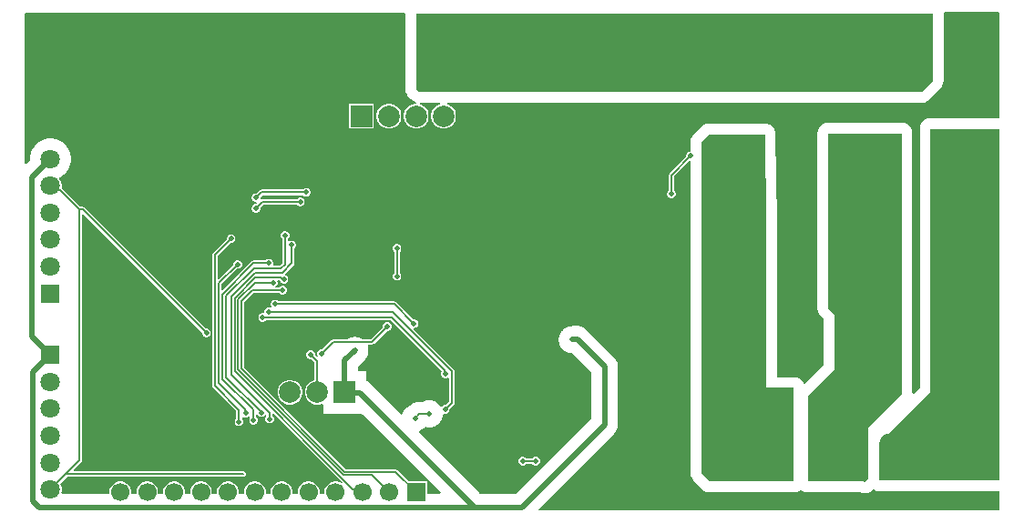
<source format=gbr>
G04*
G04 #@! TF.GenerationSoftware,Altium Limited,Altium Designer,22.4.2 (48)*
G04*
G04 Layer_Physical_Order=2*
G04 Layer_Color=16711680*
%FSLAX44Y44*%
%MOMM*%
G71*
G04*
G04 #@! TF.SameCoordinates,66DA3E34-DB1B-427B-9A16-6C510F1B548E*
G04*
G04*
G04 #@! TF.FilePolarity,Positive*
G04*
G01*
G75*
%ADD10C,0.2000*%
%ADD63C,0.1524*%
%ADD64C,0.5000*%
%ADD67C,2.0000*%
%ADD68R,2.0000X2.0000*%
%ADD69C,1.7000*%
%ADD70R,1.7000X1.7000*%
%ADD71C,1.8000*%
%ADD72R,1.8000X1.8000*%
%ADD73O,2.0000X3.0000*%
%ADD74C,0.5000*%
G36*
X675000Y662500D02*
X665000Y652500D01*
X197500D01*
X195000Y655000D01*
Y725000D01*
X675000D01*
Y662500D01*
D02*
G37*
G36*
X737155Y726138D02*
Y628223D01*
X737000Y628086D01*
X673000D01*
X670389Y627743D01*
X667957Y626735D01*
X665868Y625132D01*
X664265Y623043D01*
X663257Y620611D01*
X662914Y618000D01*
Y377178D01*
X657356Y371620D01*
X656086Y372146D01*
Y614000D01*
X655743Y616610D01*
X654735Y619043D01*
X653132Y621132D01*
X651043Y622735D01*
X648611Y623743D01*
X646000Y624086D01*
X588000D01*
X588000Y624086D01*
X588000Y624086D01*
X578000D01*
X575390Y623743D01*
X572957Y622735D01*
X570868Y621132D01*
X569265Y619043D01*
X568257Y616610D01*
X567914Y614000D01*
Y451000D01*
X567914Y451000D01*
X568257Y448390D01*
X569265Y445957D01*
X570868Y443868D01*
X570868Y443868D01*
X573914Y440822D01*
Y398178D01*
X556435Y380699D01*
X555189Y380947D01*
X554735Y382043D01*
X553132Y384132D01*
X551043Y385735D01*
X548610Y386743D01*
X546000Y387086D01*
X530086D01*
Y532000D01*
X530078Y532062D01*
X530085Y532124D01*
X529086Y613125D01*
X528906Y614367D01*
X528743Y615611D01*
X528719Y615668D01*
X528710Y615731D01*
X528215Y616884D01*
X527735Y618043D01*
X527697Y618093D01*
X527672Y618151D01*
X526896Y619137D01*
X526132Y620132D01*
X526082Y620170D01*
X526044Y620220D01*
X525038Y620971D01*
X524043Y621735D01*
X523985Y621759D01*
X523935Y621797D01*
X522769Y622263D01*
X521610Y622743D01*
X521548Y622751D01*
X521490Y622774D01*
X520243Y622923D01*
X519000Y623086D01*
X478000D01*
X478000Y623086D01*
X478000Y623086D01*
X467000D01*
X464389Y622743D01*
X461957Y621735D01*
X459868Y620132D01*
X452868Y613132D01*
X451265Y611043D01*
X450257Y608610D01*
X449914Y606000D01*
Y597020D01*
X449200D01*
X447723Y596408D01*
X446592Y595277D01*
X445980Y593800D01*
Y592271D01*
X430355Y576645D01*
X429850Y575890D01*
X429673Y575000D01*
Y560858D01*
X428592Y559777D01*
X427980Y558300D01*
Y556700D01*
X428592Y555223D01*
X429723Y554092D01*
X431200Y553480D01*
X432800D01*
X434277Y554092D01*
X435408Y555223D01*
X436020Y556700D01*
Y558300D01*
X435408Y559777D01*
X434327Y560858D01*
Y574036D01*
X448644Y588353D01*
X449914Y587827D01*
Y298000D01*
X450257Y295389D01*
X451265Y292957D01*
X452868Y290868D01*
X460868Y282868D01*
X462957Y281265D01*
X465390Y280257D01*
X468000Y279914D01*
X546000D01*
X548610Y280257D01*
X551043Y281265D01*
X552500Y282383D01*
X553957Y281265D01*
X556390Y280257D01*
X559000Y279914D01*
X607805D01*
X609389Y279257D01*
X612000Y278914D01*
X614610Y279257D01*
X617043Y280265D01*
X619132Y281868D01*
X619715Y282451D01*
X619957Y282265D01*
X622389Y281257D01*
X625000Y280914D01*
X737000D01*
X737155Y280777D01*
Y262845D01*
X309334D01*
X308848Y264018D01*
X378915Y334085D01*
X378915Y334085D01*
X380919Y336696D01*
X382178Y339737D01*
X382608Y343000D01*
Y350000D01*
Y396783D01*
X382178Y400047D01*
X380919Y403088D01*
X378915Y405699D01*
X353699Y430915D01*
X351087Y432919D01*
X348047Y434178D01*
X344784Y434608D01*
X340000D01*
X339181Y434500D01*
X338354D01*
X337556Y434286D01*
X336737Y434178D01*
X335973Y433862D01*
X335175Y433648D01*
X334459Y433235D01*
X333696Y432919D01*
X333041Y432416D01*
X332325Y432002D01*
X331740Y431418D01*
X331085Y430915D01*
X330582Y430260D01*
X329997Y429675D01*
X329584Y428960D01*
X329081Y428304D01*
X328765Y427540D01*
X328352Y426825D01*
X328138Y426027D01*
X327822Y425263D01*
X327714Y424444D01*
X327500Y423646D01*
Y422819D01*
X327392Y422000D01*
X327500Y421181D01*
Y420354D01*
X327714Y419556D01*
X327822Y418737D01*
X328138Y417973D01*
X328352Y417175D01*
X328765Y416460D01*
X329081Y415696D01*
X329584Y415040D01*
X329997Y414325D01*
X330582Y413741D01*
X331085Y413085D01*
X331740Y412582D01*
X332325Y411997D01*
X333041Y411584D01*
X333696Y411081D01*
X334459Y410765D01*
X335175Y410352D01*
X335973Y410138D01*
X336737Y409822D01*
X337556Y409714D01*
X338354Y409500D01*
X339181D01*
X339495Y409459D01*
X357392Y391561D01*
Y350000D01*
Y348222D01*
X287778Y278608D01*
X254613D01*
X197396Y335825D01*
X197724Y337052D01*
X198845Y337352D01*
X201695Y338997D01*
X203653Y340956D01*
X205354Y340500D01*
X208646D01*
X211825Y341352D01*
X214675Y342998D01*
X217003Y345325D01*
X218648Y348175D01*
X219500Y351354D01*
Y352310D01*
X220770Y353158D01*
X221200Y352980D01*
X222800D01*
X224277Y353592D01*
X225408Y354723D01*
X226020Y356200D01*
Y357386D01*
X230010Y361377D01*
X230567Y362210D01*
X230763Y363194D01*
Y392807D01*
X230567Y393790D01*
X230010Y394623D01*
X230010Y394623D01*
X192944Y431690D01*
X193470Y432960D01*
X193800D01*
X195277Y433572D01*
X196408Y434703D01*
X197020Y436180D01*
Y437780D01*
X196408Y439257D01*
X195277Y440388D01*
X193800Y441000D01*
X192614D01*
X176797Y456817D01*
X175963Y457374D01*
X174980Y457569D01*
X67116D01*
X66277Y458408D01*
X64800Y459020D01*
X63200D01*
X61723Y458408D01*
X60592Y457277D01*
X59980Y455800D01*
Y454200D01*
X60592Y452723D01*
X60713Y452602D01*
X59993Y451526D01*
X58800Y452020D01*
X57200D01*
X55723Y451408D01*
X54592Y450277D01*
X53980Y448800D01*
Y447491D01*
X53289Y446755D01*
X52895Y446501D01*
X51451D01*
X49974Y445889D01*
X48843Y444758D01*
X48231Y443281D01*
Y441682D01*
X48843Y440204D01*
X49974Y439073D01*
X51451Y438461D01*
X53051D01*
X54528Y439073D01*
X55365Y439911D01*
X171456D01*
X218841Y392526D01*
X218592Y392277D01*
X217980Y390800D01*
Y389200D01*
X218592Y387723D01*
X219723Y386592D01*
X221200Y385980D01*
X222800D01*
X224277Y386592D01*
X224354Y386669D01*
X225624Y386143D01*
Y364258D01*
X222386Y361020D01*
X221200D01*
X219723Y360408D01*
X219026Y359711D01*
X217526Y359769D01*
X217003Y360675D01*
X214675Y363003D01*
X211825Y364648D01*
X208646Y365500D01*
X205354D01*
X202175Y364648D01*
X201217Y364095D01*
X198020D01*
X195149Y363717D01*
X192473Y362608D01*
X190306Y360946D01*
X189195Y360648D01*
X186345Y359002D01*
X184018Y356675D01*
X182372Y353825D01*
X182072Y352704D01*
X180845Y352376D01*
X151886Y381334D01*
X149275Y383338D01*
X148400Y383700D01*
Y393000D01*
X141008D01*
Y397178D01*
X146915Y403085D01*
X147418Y403741D01*
X148003Y404325D01*
X148416Y405040D01*
X148919Y405696D01*
X149235Y406460D01*
X149648Y407175D01*
X149862Y407973D01*
X150178Y408737D01*
X150286Y409556D01*
X150500Y410354D01*
Y411181D01*
X150608Y412000D01*
X150500Y412819D01*
Y413646D01*
X150286Y414444D01*
X150178Y415263D01*
X149862Y416027D01*
X149826Y416161D01*
X150662Y417431D01*
X154000D01*
X154983Y417626D01*
X155817Y418183D01*
X167614Y429980D01*
X168800D01*
X170277Y430592D01*
X171408Y431723D01*
X172020Y433200D01*
Y434800D01*
X171408Y436277D01*
X170277Y437408D01*
X168800Y438020D01*
X167200D01*
X165723Y437408D01*
X164592Y436277D01*
X163980Y434800D01*
Y433614D01*
X152936Y422569D01*
X144759D01*
X144304Y422919D01*
X143540Y423235D01*
X142825Y423648D01*
X142027Y423862D01*
X141263Y424178D01*
X140444Y424286D01*
X139646Y424500D01*
X138819D01*
X138000Y424608D01*
X137181Y424500D01*
X136354D01*
X135556Y424286D01*
X134737Y424178D01*
X133973Y423862D01*
X133175Y423648D01*
X132460Y423235D01*
X131696Y422919D01*
X131241Y422569D01*
X118000D01*
X117017Y422374D01*
X116183Y421817D01*
X107386Y413020D01*
X106200D01*
X104723Y412408D01*
X103592Y411277D01*
X102980Y409800D01*
Y408200D01*
X103592Y406723D01*
X102613Y406021D01*
X101020Y407614D01*
Y408800D01*
X100408Y410277D01*
X99277Y411408D01*
X97800Y412020D01*
X96200D01*
X94723Y411408D01*
X93592Y410277D01*
X92980Y408800D01*
Y407200D01*
X93592Y405723D01*
X94723Y404592D01*
X96200Y403980D01*
X97386D01*
X100431Y400936D01*
Y384238D01*
X98553Y383735D01*
X95927Y382218D01*
X93782Y380074D01*
X92265Y377447D01*
X91480Y374517D01*
Y371483D01*
X92265Y368553D01*
X93782Y365927D01*
X95927Y363782D01*
X98553Y362265D01*
X101483Y361480D01*
X104517D01*
X107130Y362180D01*
X108400Y361518D01*
Y353000D01*
X144560D01*
X217779Y279781D01*
X217293Y278608D01*
X205020D01*
Y290020D01*
X188270D01*
X177601Y300689D01*
X176846Y301194D01*
X175956Y301371D01*
X129529D01*
X34725Y396176D01*
Y456536D01*
X43861Y465673D01*
X67642D01*
X68723Y464592D01*
X70200Y463980D01*
X71800D01*
X73277Y464592D01*
X74408Y465723D01*
X75020Y467200D01*
Y468800D01*
X74408Y470277D01*
X73277Y471408D01*
X71800Y472020D01*
X70200D01*
X68723Y471408D01*
X67642Y470327D01*
X64541D01*
X64282Y471569D01*
X64282Y471597D01*
X65408Y472723D01*
X66020Y474200D01*
Y475800D01*
X65860Y476185D01*
X66709Y477455D01*
X67980D01*
Y477200D01*
X68592Y475723D01*
X69723Y474592D01*
X71200Y473980D01*
X72800D01*
X74277Y474592D01*
X75408Y475723D01*
X76020Y477200D01*
Y478800D01*
X75408Y480277D01*
X74277Y481408D01*
X73259Y481830D01*
X72873Y483049D01*
X72887Y483254D01*
X80817Y491183D01*
X81374Y492017D01*
X81569Y493000D01*
Y506884D01*
X82408Y507723D01*
X83020Y509200D01*
Y510800D01*
X82408Y512277D01*
X81277Y513408D01*
X79800Y514020D01*
X78200D01*
X76839Y513456D01*
X76264Y513664D01*
X75569Y514051D01*
Y515884D01*
X76408Y516723D01*
X77020Y518200D01*
Y519800D01*
X76408Y521277D01*
X75277Y522408D01*
X73800Y523020D01*
X72200D01*
X70723Y522408D01*
X69592Y521277D01*
X68980Y519800D01*
Y518200D01*
X69592Y516723D01*
X70431Y515884D01*
Y493042D01*
X67958Y490569D01*
X62711D01*
X61862Y491839D01*
X62020Y492220D01*
Y493820D01*
X61408Y495297D01*
X60277Y496428D01*
X58800Y497040D01*
X57200D01*
X55723Y496428D01*
X54864Y495569D01*
X43821D01*
X42838Y495374D01*
X42004Y494817D01*
X15203Y468015D01*
X14029Y468501D01*
Y473396D01*
X28614Y487980D01*
X29800D01*
X31277Y488592D01*
X32408Y489723D01*
X33020Y491200D01*
Y492800D01*
X32408Y494277D01*
X31277Y495408D01*
X29800Y496020D01*
X28200D01*
X26723Y495408D01*
X25592Y494277D01*
X24980Y492800D01*
Y491614D01*
X11683Y478316D01*
X10509Y478802D01*
Y499876D01*
X22614Y511980D01*
X23800D01*
X25277Y512592D01*
X26408Y513723D01*
X27020Y515200D01*
Y516800D01*
X26408Y518277D01*
X25277Y519408D01*
X23800Y520020D01*
X22200D01*
X20723Y519408D01*
X19592Y518277D01*
X18980Y516800D01*
Y515614D01*
X6123Y502757D01*
X5566Y501923D01*
X5371Y500940D01*
Y378970D01*
X5566Y377987D01*
X6123Y377153D01*
X27842Y355434D01*
Y348704D01*
X27004Y347865D01*
X26392Y346388D01*
Y344789D01*
X27004Y343311D01*
X28135Y342180D01*
X29612Y341568D01*
X31211D01*
X32689Y342180D01*
X33820Y343311D01*
X34432Y344789D01*
Y346388D01*
X33820Y347865D01*
X33392Y348293D01*
X33484Y349072D01*
X34764Y349798D01*
X35651Y349430D01*
X37250D01*
X38728Y350042D01*
X39078Y350393D01*
X40438Y349957D01*
X40543Y349328D01*
X40383Y349167D01*
X39771Y347690D01*
Y346090D01*
X40383Y344613D01*
X41513Y343482D01*
X42991Y342870D01*
X44590D01*
X46068Y343482D01*
X47199Y344613D01*
X47811Y346090D01*
Y347690D01*
X47199Y349167D01*
X46068Y350298D01*
X46000Y350326D01*
Y352248D01*
X47270Y352501D01*
X47592Y351723D01*
X48723Y350592D01*
X50200Y349980D01*
X51800D01*
X53277Y350592D01*
X54408Y351723D01*
X55568Y351660D01*
X55628Y350313D01*
X55592Y350277D01*
X54980Y348800D01*
Y347200D01*
X55592Y345723D01*
X56723Y344592D01*
X58200Y343980D01*
X59800D01*
X61277Y344592D01*
X62408Y345723D01*
X63020Y347200D01*
Y348800D01*
X62408Y350277D01*
X61277Y351408D01*
X61169Y351453D01*
Y352745D01*
X62439Y353271D01*
X126324Y289385D01*
X125545Y288369D01*
X123868Y289337D01*
X121319Y290020D01*
X118681D01*
X116132Y289337D01*
X113848Y288018D01*
X111982Y286152D01*
X110663Y283868D01*
X109980Y281319D01*
Y278681D01*
X109924Y278608D01*
X105076D01*
X105020Y278681D01*
Y281319D01*
X104337Y283868D01*
X103018Y286152D01*
X101152Y288018D01*
X98868Y289337D01*
X96319Y290020D01*
X93681D01*
X91132Y289337D01*
X88848Y288018D01*
X86982Y286152D01*
X85663Y283868D01*
X84980Y281319D01*
Y278681D01*
X84924Y278608D01*
X80076D01*
X80020Y278681D01*
Y281319D01*
X79337Y283868D01*
X78018Y286152D01*
X76152Y288018D01*
X73868Y289337D01*
X71319Y290020D01*
X68681D01*
X66132Y289337D01*
X63848Y288018D01*
X61982Y286152D01*
X60663Y283868D01*
X59980Y281319D01*
Y278681D01*
X59924Y278608D01*
X55076D01*
X55020Y278681D01*
Y281319D01*
X54337Y283868D01*
X53018Y286152D01*
X51152Y288018D01*
X48868Y289337D01*
X46319Y290020D01*
X43681D01*
X41132Y289337D01*
X38848Y288018D01*
X36982Y286152D01*
X35663Y283868D01*
X34980Y281319D01*
Y278681D01*
X34924Y278608D01*
X30076D01*
X30020Y278681D01*
Y281319D01*
X29337Y283868D01*
X28018Y286152D01*
X26152Y288018D01*
X23868Y289337D01*
X21319Y290020D01*
X18681D01*
X16132Y289337D01*
X13848Y288018D01*
X11982Y286152D01*
X10663Y283868D01*
X9980Y281319D01*
Y278681D01*
X9924Y278608D01*
X5076D01*
X5020Y278681D01*
Y281319D01*
X4337Y283868D01*
X3018Y286152D01*
X1152Y288018D01*
X-1132Y289337D01*
X-3681Y290020D01*
X-6319D01*
X-8868Y289337D01*
X-11152Y288018D01*
X-13018Y286152D01*
X-14337Y283868D01*
X-15020Y281319D01*
Y278681D01*
X-15076Y278608D01*
X-19924D01*
X-19980Y278681D01*
Y281319D01*
X-20663Y283868D01*
X-21982Y286152D01*
X-23848Y288018D01*
X-26132Y289337D01*
X-28681Y290020D01*
X-31319D01*
X-33868Y289337D01*
X-36152Y288018D01*
X-38018Y286152D01*
X-39337Y283868D01*
X-40020Y281319D01*
Y278681D01*
X-40076Y278608D01*
X-44924D01*
X-44980Y278681D01*
Y281319D01*
X-45663Y283868D01*
X-46982Y286152D01*
X-48848Y288018D01*
X-51132Y289337D01*
X-53681Y290020D01*
X-56319D01*
X-58868Y289337D01*
X-61152Y288018D01*
X-63018Y286152D01*
X-64337Y283868D01*
X-65020Y281319D01*
Y278681D01*
X-65076Y278608D01*
X-69924D01*
X-69980Y278681D01*
Y281319D01*
X-70663Y283868D01*
X-71982Y286152D01*
X-73848Y288018D01*
X-76132Y289337D01*
X-78681Y290020D01*
X-81319D01*
X-83868Y289337D01*
X-86152Y288018D01*
X-88018Y286152D01*
X-89337Y283868D01*
X-90020Y281319D01*
Y278681D01*
X-90076Y278608D01*
X-134109D01*
X-134882Y279615D01*
X-134480Y281115D01*
Y283885D01*
X-135197Y286561D01*
X-135969Y287897D01*
X-129436Y294431D01*
X34000D01*
X34983Y294626D01*
X35817Y295183D01*
X36374Y296017D01*
X36569Y297000D01*
X36374Y297983D01*
X35817Y298817D01*
X34983Y299374D01*
X34000Y299569D01*
X-122638D01*
X-123124Y300743D01*
X-116183Y307683D01*
X-115626Y308517D01*
X-115431Y309500D01*
Y538138D01*
X-114257Y538624D01*
X-4020Y428386D01*
Y427200D01*
X-3408Y425723D01*
X-2277Y424592D01*
X-800Y423980D01*
X800D01*
X2277Y424592D01*
X3408Y425723D01*
X4020Y427200D01*
Y428800D01*
X3408Y430277D01*
X2277Y431408D01*
X800Y432020D01*
X-386D01*
X-113183Y544817D01*
X-114017Y545374D01*
X-115000Y545569D01*
X-116936D01*
X-134198Y562831D01*
X-134615Y563110D01*
X-134480Y563615D01*
Y566385D01*
X-135197Y569061D01*
X-136582Y571459D01*
X-136807Y571685D01*
X-136560Y572931D01*
X-136000Y573162D01*
X-132888Y575242D01*
X-130242Y577888D01*
X-128162Y581000D01*
X-126730Y584458D01*
X-126000Y588129D01*
Y591871D01*
X-126730Y595542D01*
X-128162Y599000D01*
X-130242Y602112D01*
X-132888Y604758D01*
X-136000Y606838D01*
X-139458Y608270D01*
X-143129Y609000D01*
X-146871D01*
X-150542Y608270D01*
X-154000Y606838D01*
X-157112Y604758D01*
X-159758Y602112D01*
X-161838Y599000D01*
X-163270Y595542D01*
X-164000Y591871D01*
Y588830D01*
X-167371Y585459D01*
X-168545Y585943D01*
X-169139Y725259D01*
X-168244Y726159D01*
X184148Y726500D01*
X184986Y725546D01*
X184914Y725000D01*
Y655000D01*
X185257Y652390D01*
X186265Y649957D01*
X187868Y647868D01*
X187868Y647868D01*
X190368Y645368D01*
X192457Y643765D01*
X194890Y642757D01*
X194686Y641520D01*
X193483D01*
X190553Y640735D01*
X187927Y639218D01*
X185782Y637074D01*
X184265Y634447D01*
X183480Y631517D01*
Y628483D01*
X184265Y625553D01*
X185782Y622926D01*
X187927Y620782D01*
X190553Y619265D01*
X193483Y618480D01*
X196517D01*
X199447Y619265D01*
X202073Y620782D01*
X204218Y622926D01*
X205735Y625553D01*
X206520Y628483D01*
Y631517D01*
X205735Y634447D01*
X204218Y637074D01*
X202073Y639218D01*
X199447Y640735D01*
X197921Y641144D01*
X198088Y642414D01*
X217312D01*
X217479Y641144D01*
X215953Y640735D01*
X213326Y639218D01*
X211182Y637074D01*
X209665Y634447D01*
X208880Y631517D01*
Y628483D01*
X209665Y625553D01*
X211182Y622926D01*
X213326Y620782D01*
X215953Y619265D01*
X218883Y618480D01*
X221917D01*
X224847Y619265D01*
X227474Y620782D01*
X229618Y622926D01*
X231135Y625553D01*
X231920Y628483D01*
Y631517D01*
X231135Y634447D01*
X229618Y637074D01*
X227474Y639218D01*
X224847Y640735D01*
X223321Y641144D01*
X223488Y642414D01*
X665000D01*
X667610Y642757D01*
X670043Y643765D01*
X672132Y645368D01*
X672132Y645368D01*
X682132Y655368D01*
X683735Y657457D01*
X684743Y659890D01*
X685086Y662500D01*
Y725000D01*
X684950Y726031D01*
X685787Y726986D01*
X736257Y727035D01*
X737155Y726138D01*
D02*
G37*
G36*
X737000Y427000D02*
Y291000D01*
X625000D01*
Y325000D01*
X673000Y373000D01*
Y618000D01*
X737000D01*
Y427000D01*
D02*
G37*
G36*
X520000Y532000D02*
Y377000D01*
X546000D01*
Y290000D01*
X468000D01*
X460000Y298000D01*
Y606000D01*
X467000Y613000D01*
X519000D01*
X520000Y532000D01*
D02*
G37*
G36*
X646000Y371000D02*
X615000Y340000D01*
Y292000D01*
X612000Y289000D01*
X611000Y290000D01*
X559000D01*
Y369000D01*
X584000Y394000D01*
Y445000D01*
X578000Y451000D01*
Y614000D01*
X646000D01*
Y371000D01*
D02*
G37*
%LPC*%
G36*
X171117Y641520D02*
X168083D01*
X165153Y640735D01*
X162526Y639218D01*
X160382Y637074D01*
X158865Y634447D01*
X158080Y631517D01*
Y628483D01*
X158865Y625553D01*
X160382Y622926D01*
X162526Y620782D01*
X165153Y619265D01*
X168083Y618480D01*
X171117D01*
X174047Y619265D01*
X176674Y620782D01*
X178818Y622926D01*
X180335Y625553D01*
X181120Y628483D01*
Y631517D01*
X180335Y634447D01*
X178818Y637074D01*
X176674Y639218D01*
X174047Y640735D01*
X171117Y641520D01*
D02*
G37*
G36*
X155720D02*
X132680D01*
Y618480D01*
X155720D01*
Y641520D01*
D02*
G37*
G36*
X93800Y563020D02*
X92200D01*
X90723Y562408D01*
X89884Y561569D01*
X51000D01*
X50017Y561374D01*
X49183Y560817D01*
X46386Y558020D01*
X45200D01*
X43723Y557408D01*
X42592Y556277D01*
X41980Y554800D01*
Y553200D01*
X42592Y551723D01*
X43723Y550592D01*
X45200Y549980D01*
X46480D01*
X47059Y548921D01*
X46302Y548020D01*
X45200D01*
X43723Y547408D01*
X42592Y546277D01*
X41980Y544800D01*
Y543200D01*
X42592Y541723D01*
X43723Y540592D01*
X45200Y539980D01*
X46800D01*
X48277Y540592D01*
X49408Y541723D01*
X50020Y543200D01*
Y544386D01*
X53064Y547431D01*
X84132D01*
X84902Y546661D01*
X86379Y546049D01*
X87978D01*
X89456Y546661D01*
X90587Y547792D01*
X91199Y549270D01*
Y550869D01*
X90587Y552347D01*
X89456Y553478D01*
X87978Y554090D01*
X86379D01*
X84902Y553478D01*
X83993Y552569D01*
X52000D01*
X52000Y552569D01*
X51055Y552382D01*
X50830Y552529D01*
X50197Y553054D01*
X50020Y553235D01*
Y554386D01*
X52064Y556431D01*
X89884D01*
X90723Y555592D01*
X92200Y554980D01*
X93800D01*
X95277Y555592D01*
X96408Y556723D01*
X97020Y558200D01*
Y559800D01*
X96408Y561277D01*
X95277Y562408D01*
X93800Y563020D01*
D02*
G37*
G36*
X177800Y511020D02*
X176200D01*
X174723Y510408D01*
X173592Y509277D01*
X172980Y507800D01*
Y506200D01*
X173592Y504723D01*
X174431Y503884D01*
Y484116D01*
X173592Y483277D01*
X172980Y481800D01*
Y480200D01*
X173592Y478723D01*
X174723Y477592D01*
X176200Y476980D01*
X177800D01*
X179277Y477592D01*
X180408Y478723D01*
X181020Y480200D01*
Y481800D01*
X180408Y483277D01*
X179569Y484116D01*
Y503884D01*
X180408Y504723D01*
X181020Y506200D01*
Y507800D01*
X180408Y509277D01*
X179277Y510408D01*
X177800Y511020D01*
D02*
G37*
G36*
X79117Y384520D02*
X76083D01*
X73153Y383735D01*
X70526Y382218D01*
X68382Y380074D01*
X66865Y377447D01*
X66080Y374517D01*
Y371483D01*
X66865Y368553D01*
X68382Y365927D01*
X70526Y363782D01*
X73153Y362265D01*
X76083Y361480D01*
X79117D01*
X82047Y362265D01*
X84674Y363782D01*
X86818Y365927D01*
X88335Y368553D01*
X89120Y371483D01*
Y374517D01*
X88335Y377447D01*
X86818Y380074D01*
X84674Y382218D01*
X82047Y383735D01*
X79117Y384520D01*
D02*
G37*
G36*
X306890Y313020D02*
X305290D01*
X303813Y312408D01*
X302732Y311327D01*
X297358D01*
X296277Y312408D01*
X294800Y313020D01*
X293200D01*
X291723Y312408D01*
X290592Y311277D01*
X289980Y309800D01*
Y308200D01*
X290592Y306723D01*
X291723Y305592D01*
X293200Y304980D01*
X294800D01*
X296277Y305592D01*
X297358Y306673D01*
X302732D01*
X303813Y305592D01*
X305290Y304980D01*
X306890D01*
X308367Y305592D01*
X309498Y306723D01*
X310110Y308200D01*
Y309800D01*
X309498Y311277D01*
X308367Y312408D01*
X306890Y313020D01*
D02*
G37*
%LPD*%
D10*
X52000Y550000D02*
X87109D01*
X87179Y550070D01*
X118000Y420000D02*
X154000D01*
X107000Y409000D02*
X118000Y420000D01*
X154000D02*
X168000Y434000D01*
X174980Y455000D02*
X193000Y436980D01*
X64000Y455000D02*
X174980D01*
X58000Y448000D02*
X173000D01*
X103000Y373000D02*
Y402000D01*
X97000Y408000D02*
X103000Y402000D01*
X173000Y448000D02*
X228193Y392807D01*
Y363194D02*
Y392807D01*
X221611Y390389D02*
Y393389D01*
Y390389D02*
X222000Y390000D01*
X172520Y442480D02*
X221611Y393389D01*
X52252Y442480D02*
X172520D01*
X52251Y442481D02*
X52252Y442480D01*
X222000Y357000D02*
X228193Y363194D01*
X198020Y353000D02*
X207000D01*
X194020Y349000D02*
X198020Y353000D01*
X23000Y389099D02*
X58599Y353500D01*
X51000Y354000D02*
Y354326D01*
X58599Y348401D02*
X59000Y348000D01*
X18500Y386826D02*
Y462500D01*
X23000Y389099D02*
Y462022D01*
X18500Y386826D02*
X51000Y354326D01*
X58599Y348401D02*
Y353500D01*
X70480Y484480D02*
X79000Y493000D01*
X44000Y488000D02*
X69022D01*
X73000Y491978D01*
X45458Y484480D02*
X70480D01*
X14980Y464159D02*
X43821Y493000D01*
X7940Y378970D02*
Y500940D01*
X23000Y462022D02*
X45458Y484480D01*
X7940Y500940D02*
X23000Y516000D01*
X11460Y381540D02*
Y474460D01*
X14980Y385368D02*
Y464159D01*
X18500Y462500D02*
X44000Y488000D01*
X43821Y493000D02*
X57980D01*
X11460Y474460D02*
X29000Y492000D01*
X7940Y378970D02*
X30412Y356498D01*
X14980Y385368D02*
X43430Y356917D01*
X11460Y381540D02*
X36111Y356889D01*
X30412Y345588D02*
Y356498D01*
X43430Y347250D02*
Y356917D01*
Y347250D02*
X43791Y346890D01*
X36111Y353790D02*
X36450Y353450D01*
X36111Y353790D02*
Y356889D01*
X-145000Y282500D02*
X-130500Y297000D01*
X34000D01*
X-136015Y561015D02*
X-118000Y543000D01*
X-140670Y565000D02*
X-136685Y561015D01*
X-145000Y565000D02*
X-140670D01*
X-130500Y297000D02*
X-118000Y309500D01*
Y543000D01*
X-115000D02*
X0Y428000D01*
X-118000Y543000D02*
X-115000D01*
X79000Y493000D02*
Y510000D01*
X73000Y491978D02*
Y519000D01*
X57980Y493000D02*
X58000Y493020D01*
X-136685Y561015D02*
X-136015D01*
X177000Y481000D02*
Y507000D01*
X46000Y544000D02*
X52000Y550000D01*
X46000Y554000D02*
X51000Y559000D01*
X93000D01*
D63*
X26310Y392690D02*
X136039Y282961D01*
X26310Y392690D02*
Y460690D01*
X128566Y299044D02*
X175956D01*
X136039Y282961D02*
X142039D01*
X29354Y393951D02*
X127305Y296000D01*
X32398Y395212D02*
Y457500D01*
X29354Y393951D02*
Y459429D01*
X127305Y296000D02*
X154000D01*
X32398Y395212D02*
X128566Y299044D01*
X69277Y479782D02*
X71059Y478000D01*
X142039Y282961D02*
X145000Y280000D01*
X45402Y479782D02*
X69277D01*
X26310Y460690D02*
X45402Y479782D01*
X71059Y478000D02*
X72000D01*
X154000Y296000D02*
X170000Y280000D01*
X175956Y299044D02*
X195000Y280000D01*
X29354Y459429D02*
X44924Y475000D01*
X32398Y457500D02*
X42898Y468000D01*
X71000D01*
X44924Y475000D02*
X62000D01*
X294000Y309000D02*
X306090D01*
X432000Y575000D02*
X450000Y593000D01*
X432000Y557500D02*
Y575000D01*
D64*
X128400Y373000D02*
X128981Y372419D01*
X142971D01*
X249390Y266000D01*
X293000D01*
X-155071D02*
X249390D01*
X340000Y422000D02*
X344784D01*
X370000Y396783D01*
Y350000D02*
Y396783D01*
X128400Y402400D02*
X138000Y412000D01*
X128400Y373000D02*
Y402400D01*
X-162000Y573000D02*
X-145000Y590000D01*
X-162000Y424500D02*
X-145000Y407500D01*
X-162000Y424500D02*
Y573000D01*
X-161000Y271929D02*
X-155071Y266000D01*
X-161000Y271929D02*
Y391500D01*
X-145000Y407500D01*
X293000Y266000D02*
X370000Y343000D01*
Y350000D01*
D67*
X195000Y630000D02*
D03*
X220400D02*
D03*
X169600D02*
D03*
X77600Y373000D02*
D03*
X103000D02*
D03*
D68*
X144200Y630000D02*
D03*
X128400Y373000D02*
D03*
D69*
X-80000Y280000D02*
D03*
X-55000D02*
D03*
X20000D02*
D03*
X45000D02*
D03*
X70000D02*
D03*
X95000D02*
D03*
X170000D02*
D03*
X145000D02*
D03*
X120000D02*
D03*
X-5000D02*
D03*
X-30000D02*
D03*
D70*
X195000D02*
D03*
D71*
X-145000Y307500D02*
D03*
Y332500D02*
D03*
Y357500D02*
D03*
Y382500D02*
D03*
Y282500D02*
D03*
Y565000D02*
D03*
Y540000D02*
D03*
Y515000D02*
D03*
Y490000D02*
D03*
Y590000D02*
D03*
D72*
Y407500D02*
D03*
Y465000D02*
D03*
D73*
X154600Y695000D02*
D03*
X205400D02*
D03*
X534200Y320000D02*
D03*
X585000D02*
D03*
X635800D02*
D03*
D74*
X145000Y397500D02*
D03*
X87179Y550070D02*
D03*
X425000Y290000D02*
D03*
X387500Y272500D02*
D03*
X518893Y656621D02*
D03*
Y663621D02*
D03*
Y670621D02*
D03*
Y677621D02*
D03*
X524893Y656621D02*
D03*
Y663621D02*
D03*
Y670621D02*
D03*
Y677621D02*
D03*
X545893Y656621D02*
D03*
X538893D02*
D03*
X531893D02*
D03*
X545893Y663621D02*
D03*
X538893D02*
D03*
X531893D02*
D03*
X545893Y670621D02*
D03*
X538893D02*
D03*
X531893D02*
D03*
X545893Y677621D02*
D03*
X538893D02*
D03*
X531893D02*
D03*
X531500Y713500D02*
D03*
X538500D02*
D03*
X545500D02*
D03*
X531500Y706500D02*
D03*
X538500D02*
D03*
X545500D02*
D03*
X531500Y699500D02*
D03*
X538500D02*
D03*
X545500D02*
D03*
X531500Y692500D02*
D03*
X538500D02*
D03*
X545500D02*
D03*
X524500Y713500D02*
D03*
Y706500D02*
D03*
Y699500D02*
D03*
Y692500D02*
D03*
X518500Y713500D02*
D03*
Y706500D02*
D03*
Y699500D02*
D03*
Y692500D02*
D03*
X704000Y591000D02*
D03*
Y598000D02*
D03*
Y605000D02*
D03*
Y612000D02*
D03*
X710000Y591000D02*
D03*
Y598000D02*
D03*
Y605000D02*
D03*
Y612000D02*
D03*
X731000Y591000D02*
D03*
X724000D02*
D03*
X717000D02*
D03*
X731000Y598000D02*
D03*
X724000D02*
D03*
X717000D02*
D03*
X731000Y605000D02*
D03*
X724000D02*
D03*
X717000D02*
D03*
X731000Y612000D02*
D03*
X724000D02*
D03*
X717000D02*
D03*
X696000Y537000D02*
D03*
Y544000D02*
D03*
Y551000D02*
D03*
Y558000D02*
D03*
X702000Y537000D02*
D03*
Y544000D02*
D03*
Y551000D02*
D03*
Y558000D02*
D03*
X723000Y537000D02*
D03*
X716000D02*
D03*
X709000D02*
D03*
X723000Y544000D02*
D03*
X716000D02*
D03*
X709000D02*
D03*
X723000Y551000D02*
D03*
X716000D02*
D03*
X709000D02*
D03*
X723000Y558000D02*
D03*
X716000D02*
D03*
X709000D02*
D03*
X596000Y590000D02*
D03*
Y597000D02*
D03*
Y604000D02*
D03*
Y611000D02*
D03*
X602000Y590000D02*
D03*
Y597000D02*
D03*
Y604000D02*
D03*
Y611000D02*
D03*
X623000Y590000D02*
D03*
X616000D02*
D03*
X609000D02*
D03*
X623000Y597000D02*
D03*
X616000D02*
D03*
X609000D02*
D03*
X623000Y604000D02*
D03*
X616000D02*
D03*
X609000D02*
D03*
X623000Y611000D02*
D03*
X616000D02*
D03*
X609000D02*
D03*
X588000Y536000D02*
D03*
Y543000D02*
D03*
Y550000D02*
D03*
Y557000D02*
D03*
X594000Y536000D02*
D03*
Y543000D02*
D03*
Y550000D02*
D03*
Y557000D02*
D03*
X615000Y536000D02*
D03*
X608000D02*
D03*
X601000D02*
D03*
X615000Y543000D02*
D03*
X608000D02*
D03*
X601000D02*
D03*
X615000Y550000D02*
D03*
X608000D02*
D03*
X601000D02*
D03*
X615000Y557000D02*
D03*
X608000D02*
D03*
X601000D02*
D03*
X64000Y455000D02*
D03*
X58000Y448000D02*
D03*
X107000Y409000D02*
D03*
X97000Y408000D02*
D03*
X193000Y436980D02*
D03*
X168000Y434000D02*
D03*
X213000Y420000D02*
D03*
X222000Y390000D02*
D03*
Y357000D02*
D03*
X52251Y442481D02*
D03*
X209000Y382000D02*
D03*
X214000Y333000D02*
D03*
X194020Y349000D02*
D03*
X207000Y353000D02*
D03*
X291000Y425000D02*
D03*
X-21000Y421000D02*
D03*
X59000Y462000D02*
D03*
X72000Y478000D02*
D03*
X71000Y468000D02*
D03*
X62000Y475000D02*
D03*
X59000Y348000D02*
D03*
X51000Y354000D02*
D03*
X36450Y353450D02*
D03*
X0Y428000D02*
D03*
X58000Y493020D02*
D03*
X43791Y346890D02*
D03*
X29000Y492000D02*
D03*
X73000Y519000D02*
D03*
X79000Y510000D02*
D03*
X30412Y345588D02*
D03*
X23000Y516000D02*
D03*
X340000Y422000D02*
D03*
X138000Y412000D02*
D03*
X306090Y309000D02*
D03*
X294000D02*
D03*
X327000Y342000D02*
D03*
X367000Y427000D02*
D03*
X491000Y556000D02*
D03*
X498000D02*
D03*
X505000D02*
D03*
X491000Y549000D02*
D03*
X498000D02*
D03*
X505000D02*
D03*
X491000Y542000D02*
D03*
X498000D02*
D03*
X505000D02*
D03*
X491000Y535000D02*
D03*
X498000D02*
D03*
X505000D02*
D03*
X484000Y556000D02*
D03*
Y549000D02*
D03*
Y542000D02*
D03*
Y535000D02*
D03*
X478000Y556000D02*
D03*
Y549000D02*
D03*
Y542000D02*
D03*
Y535000D02*
D03*
X499000Y610000D02*
D03*
X506000D02*
D03*
X513000D02*
D03*
X499000Y603000D02*
D03*
X506000D02*
D03*
X513000D02*
D03*
X499000Y596000D02*
D03*
X506000D02*
D03*
X513000D02*
D03*
X499000Y589000D02*
D03*
X506000D02*
D03*
X513000D02*
D03*
X492000Y610000D02*
D03*
Y603000D02*
D03*
Y596000D02*
D03*
Y589000D02*
D03*
X486000Y610000D02*
D03*
Y603000D02*
D03*
Y596000D02*
D03*
Y589000D02*
D03*
X426000Y356000D02*
D03*
X569000Y407000D02*
D03*
Y413000D02*
D03*
Y420000D02*
D03*
Y427000D02*
D03*
Y434000D02*
D03*
X534000Y407000D02*
D03*
Y413000D02*
D03*
Y420000D02*
D03*
Y427000D02*
D03*
Y434000D02*
D03*
X540000Y407000D02*
D03*
Y413000D02*
D03*
Y420000D02*
D03*
Y427000D02*
D03*
Y434000D02*
D03*
X561000Y407000D02*
D03*
X554000D02*
D03*
X547000D02*
D03*
X561000Y413000D02*
D03*
X554000D02*
D03*
X547000D02*
D03*
X561000Y420000D02*
D03*
X554000D02*
D03*
X547000D02*
D03*
X561000Y427000D02*
D03*
X554000D02*
D03*
X547000D02*
D03*
X561000Y434000D02*
D03*
X554000D02*
D03*
X547000D02*
D03*
X432000Y557500D02*
D03*
X450000Y593000D02*
D03*
X256000Y454000D02*
D03*
Y545000D02*
D03*
Y629000D02*
D03*
X177000Y507000D02*
D03*
Y481000D02*
D03*
X-13000Y510000D02*
D03*
X93000Y559000D02*
D03*
X46000Y544000D02*
D03*
Y554000D02*
D03*
X11000Y679000D02*
D03*
X-4000Y566090D02*
D03*
X4000Y357000D02*
D03*
X-58000Y592000D02*
D03*
X370000Y350000D02*
D03*
M02*

</source>
